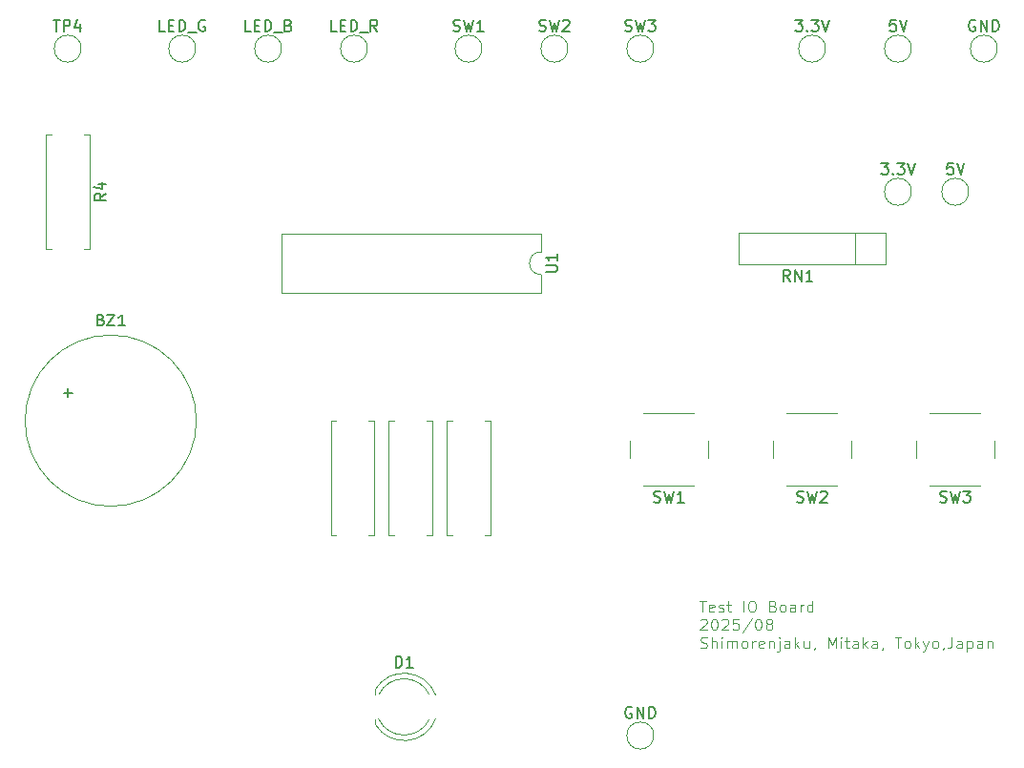
<source format=gto>
%TF.GenerationSoftware,KiCad,Pcbnew,8.0.4*%
%TF.CreationDate,2025-09-03T21:54:05+09:00*%
%TF.ProjectId,3LED-3SW-BZ,334c4544-2d33-4535-972d-425a2e6b6963,rev?*%
%TF.SameCoordinates,Original*%
%TF.FileFunction,Legend,Top*%
%TF.FilePolarity,Positive*%
%FSLAX46Y46*%
G04 Gerber Fmt 4.6, Leading zero omitted, Abs format (unit mm)*
G04 Created by KiCad (PCBNEW 8.0.4) date 2025-09-03 21:54:05*
%MOMM*%
%LPD*%
G01*
G04 APERTURE LIST*
%ADD10C,0.100000*%
%ADD11C,0.150000*%
%ADD12C,0.120000*%
%ADD13R,1.600000X1.600000*%
%ADD14O,1.600000X1.600000*%
%ADD15C,2.000000*%
%ADD16C,7.000000*%
%ADD17C,2.400000*%
%ADD18O,2.400000X2.400000*%
%ADD19R,2.000000X2.000000*%
%ADD20R,1.070000X1.800000*%
%ADD21O,1.070000X1.800000*%
G04 APERTURE END LIST*
D10*
X157641027Y-115032531D02*
X158212455Y-115032531D01*
X157926741Y-116032531D02*
X157926741Y-115032531D01*
X158926741Y-115984912D02*
X158831503Y-116032531D01*
X158831503Y-116032531D02*
X158641027Y-116032531D01*
X158641027Y-116032531D02*
X158545789Y-115984912D01*
X158545789Y-115984912D02*
X158498170Y-115889673D01*
X158498170Y-115889673D02*
X158498170Y-115508721D01*
X158498170Y-115508721D02*
X158545789Y-115413483D01*
X158545789Y-115413483D02*
X158641027Y-115365864D01*
X158641027Y-115365864D02*
X158831503Y-115365864D01*
X158831503Y-115365864D02*
X158926741Y-115413483D01*
X158926741Y-115413483D02*
X158974360Y-115508721D01*
X158974360Y-115508721D02*
X158974360Y-115603959D01*
X158974360Y-115603959D02*
X158498170Y-115699197D01*
X159355313Y-115984912D02*
X159450551Y-116032531D01*
X159450551Y-116032531D02*
X159641027Y-116032531D01*
X159641027Y-116032531D02*
X159736265Y-115984912D01*
X159736265Y-115984912D02*
X159783884Y-115889673D01*
X159783884Y-115889673D02*
X159783884Y-115842054D01*
X159783884Y-115842054D02*
X159736265Y-115746816D01*
X159736265Y-115746816D02*
X159641027Y-115699197D01*
X159641027Y-115699197D02*
X159498170Y-115699197D01*
X159498170Y-115699197D02*
X159402932Y-115651578D01*
X159402932Y-115651578D02*
X159355313Y-115556340D01*
X159355313Y-115556340D02*
X159355313Y-115508721D01*
X159355313Y-115508721D02*
X159402932Y-115413483D01*
X159402932Y-115413483D02*
X159498170Y-115365864D01*
X159498170Y-115365864D02*
X159641027Y-115365864D01*
X159641027Y-115365864D02*
X159736265Y-115413483D01*
X160069599Y-115365864D02*
X160450551Y-115365864D01*
X160212456Y-115032531D02*
X160212456Y-115889673D01*
X160212456Y-115889673D02*
X160260075Y-115984912D01*
X160260075Y-115984912D02*
X160355313Y-116032531D01*
X160355313Y-116032531D02*
X160450551Y-116032531D01*
X161545790Y-116032531D02*
X161545790Y-115032531D01*
X162212456Y-115032531D02*
X162402932Y-115032531D01*
X162402932Y-115032531D02*
X162498170Y-115080150D01*
X162498170Y-115080150D02*
X162593408Y-115175388D01*
X162593408Y-115175388D02*
X162641027Y-115365864D01*
X162641027Y-115365864D02*
X162641027Y-115699197D01*
X162641027Y-115699197D02*
X162593408Y-115889673D01*
X162593408Y-115889673D02*
X162498170Y-115984912D01*
X162498170Y-115984912D02*
X162402932Y-116032531D01*
X162402932Y-116032531D02*
X162212456Y-116032531D01*
X162212456Y-116032531D02*
X162117218Y-115984912D01*
X162117218Y-115984912D02*
X162021980Y-115889673D01*
X162021980Y-115889673D02*
X161974361Y-115699197D01*
X161974361Y-115699197D02*
X161974361Y-115365864D01*
X161974361Y-115365864D02*
X162021980Y-115175388D01*
X162021980Y-115175388D02*
X162117218Y-115080150D01*
X162117218Y-115080150D02*
X162212456Y-115032531D01*
X164164837Y-115508721D02*
X164307694Y-115556340D01*
X164307694Y-115556340D02*
X164355313Y-115603959D01*
X164355313Y-115603959D02*
X164402932Y-115699197D01*
X164402932Y-115699197D02*
X164402932Y-115842054D01*
X164402932Y-115842054D02*
X164355313Y-115937292D01*
X164355313Y-115937292D02*
X164307694Y-115984912D01*
X164307694Y-115984912D02*
X164212456Y-116032531D01*
X164212456Y-116032531D02*
X163831504Y-116032531D01*
X163831504Y-116032531D02*
X163831504Y-115032531D01*
X163831504Y-115032531D02*
X164164837Y-115032531D01*
X164164837Y-115032531D02*
X164260075Y-115080150D01*
X164260075Y-115080150D02*
X164307694Y-115127769D01*
X164307694Y-115127769D02*
X164355313Y-115223007D01*
X164355313Y-115223007D02*
X164355313Y-115318245D01*
X164355313Y-115318245D02*
X164307694Y-115413483D01*
X164307694Y-115413483D02*
X164260075Y-115461102D01*
X164260075Y-115461102D02*
X164164837Y-115508721D01*
X164164837Y-115508721D02*
X163831504Y-115508721D01*
X164974361Y-116032531D02*
X164879123Y-115984912D01*
X164879123Y-115984912D02*
X164831504Y-115937292D01*
X164831504Y-115937292D02*
X164783885Y-115842054D01*
X164783885Y-115842054D02*
X164783885Y-115556340D01*
X164783885Y-115556340D02*
X164831504Y-115461102D01*
X164831504Y-115461102D02*
X164879123Y-115413483D01*
X164879123Y-115413483D02*
X164974361Y-115365864D01*
X164974361Y-115365864D02*
X165117218Y-115365864D01*
X165117218Y-115365864D02*
X165212456Y-115413483D01*
X165212456Y-115413483D02*
X165260075Y-115461102D01*
X165260075Y-115461102D02*
X165307694Y-115556340D01*
X165307694Y-115556340D02*
X165307694Y-115842054D01*
X165307694Y-115842054D02*
X165260075Y-115937292D01*
X165260075Y-115937292D02*
X165212456Y-115984912D01*
X165212456Y-115984912D02*
X165117218Y-116032531D01*
X165117218Y-116032531D02*
X164974361Y-116032531D01*
X166164837Y-116032531D02*
X166164837Y-115508721D01*
X166164837Y-115508721D02*
X166117218Y-115413483D01*
X166117218Y-115413483D02*
X166021980Y-115365864D01*
X166021980Y-115365864D02*
X165831504Y-115365864D01*
X165831504Y-115365864D02*
X165736266Y-115413483D01*
X166164837Y-115984912D02*
X166069599Y-116032531D01*
X166069599Y-116032531D02*
X165831504Y-116032531D01*
X165831504Y-116032531D02*
X165736266Y-115984912D01*
X165736266Y-115984912D02*
X165688647Y-115889673D01*
X165688647Y-115889673D02*
X165688647Y-115794435D01*
X165688647Y-115794435D02*
X165736266Y-115699197D01*
X165736266Y-115699197D02*
X165831504Y-115651578D01*
X165831504Y-115651578D02*
X166069599Y-115651578D01*
X166069599Y-115651578D02*
X166164837Y-115603959D01*
X166641028Y-116032531D02*
X166641028Y-115365864D01*
X166641028Y-115556340D02*
X166688647Y-115461102D01*
X166688647Y-115461102D02*
X166736266Y-115413483D01*
X166736266Y-115413483D02*
X166831504Y-115365864D01*
X166831504Y-115365864D02*
X166926742Y-115365864D01*
X167688647Y-116032531D02*
X167688647Y-115032531D01*
X167688647Y-115984912D02*
X167593409Y-116032531D01*
X167593409Y-116032531D02*
X167402933Y-116032531D01*
X167402933Y-116032531D02*
X167307695Y-115984912D01*
X167307695Y-115984912D02*
X167260076Y-115937292D01*
X167260076Y-115937292D02*
X167212457Y-115842054D01*
X167212457Y-115842054D02*
X167212457Y-115556340D01*
X167212457Y-115556340D02*
X167260076Y-115461102D01*
X167260076Y-115461102D02*
X167307695Y-115413483D01*
X167307695Y-115413483D02*
X167402933Y-115365864D01*
X167402933Y-115365864D02*
X167593409Y-115365864D01*
X167593409Y-115365864D02*
X167688647Y-115413483D01*
X157736265Y-116737713D02*
X157783884Y-116690094D01*
X157783884Y-116690094D02*
X157879122Y-116642475D01*
X157879122Y-116642475D02*
X158117217Y-116642475D01*
X158117217Y-116642475D02*
X158212455Y-116690094D01*
X158212455Y-116690094D02*
X158260074Y-116737713D01*
X158260074Y-116737713D02*
X158307693Y-116832951D01*
X158307693Y-116832951D02*
X158307693Y-116928189D01*
X158307693Y-116928189D02*
X158260074Y-117071046D01*
X158260074Y-117071046D02*
X157688646Y-117642475D01*
X157688646Y-117642475D02*
X158307693Y-117642475D01*
X158926741Y-116642475D02*
X159021979Y-116642475D01*
X159021979Y-116642475D02*
X159117217Y-116690094D01*
X159117217Y-116690094D02*
X159164836Y-116737713D01*
X159164836Y-116737713D02*
X159212455Y-116832951D01*
X159212455Y-116832951D02*
X159260074Y-117023427D01*
X159260074Y-117023427D02*
X159260074Y-117261522D01*
X159260074Y-117261522D02*
X159212455Y-117451998D01*
X159212455Y-117451998D02*
X159164836Y-117547236D01*
X159164836Y-117547236D02*
X159117217Y-117594856D01*
X159117217Y-117594856D02*
X159021979Y-117642475D01*
X159021979Y-117642475D02*
X158926741Y-117642475D01*
X158926741Y-117642475D02*
X158831503Y-117594856D01*
X158831503Y-117594856D02*
X158783884Y-117547236D01*
X158783884Y-117547236D02*
X158736265Y-117451998D01*
X158736265Y-117451998D02*
X158688646Y-117261522D01*
X158688646Y-117261522D02*
X158688646Y-117023427D01*
X158688646Y-117023427D02*
X158736265Y-116832951D01*
X158736265Y-116832951D02*
X158783884Y-116737713D01*
X158783884Y-116737713D02*
X158831503Y-116690094D01*
X158831503Y-116690094D02*
X158926741Y-116642475D01*
X159641027Y-116737713D02*
X159688646Y-116690094D01*
X159688646Y-116690094D02*
X159783884Y-116642475D01*
X159783884Y-116642475D02*
X160021979Y-116642475D01*
X160021979Y-116642475D02*
X160117217Y-116690094D01*
X160117217Y-116690094D02*
X160164836Y-116737713D01*
X160164836Y-116737713D02*
X160212455Y-116832951D01*
X160212455Y-116832951D02*
X160212455Y-116928189D01*
X160212455Y-116928189D02*
X160164836Y-117071046D01*
X160164836Y-117071046D02*
X159593408Y-117642475D01*
X159593408Y-117642475D02*
X160212455Y-117642475D01*
X161117217Y-116642475D02*
X160641027Y-116642475D01*
X160641027Y-116642475D02*
X160593408Y-117118665D01*
X160593408Y-117118665D02*
X160641027Y-117071046D01*
X160641027Y-117071046D02*
X160736265Y-117023427D01*
X160736265Y-117023427D02*
X160974360Y-117023427D01*
X160974360Y-117023427D02*
X161069598Y-117071046D01*
X161069598Y-117071046D02*
X161117217Y-117118665D01*
X161117217Y-117118665D02*
X161164836Y-117213903D01*
X161164836Y-117213903D02*
X161164836Y-117451998D01*
X161164836Y-117451998D02*
X161117217Y-117547236D01*
X161117217Y-117547236D02*
X161069598Y-117594856D01*
X161069598Y-117594856D02*
X160974360Y-117642475D01*
X160974360Y-117642475D02*
X160736265Y-117642475D01*
X160736265Y-117642475D02*
X160641027Y-117594856D01*
X160641027Y-117594856D02*
X160593408Y-117547236D01*
X162307693Y-116594856D02*
X161450551Y-117880570D01*
X162831503Y-116642475D02*
X162926741Y-116642475D01*
X162926741Y-116642475D02*
X163021979Y-116690094D01*
X163021979Y-116690094D02*
X163069598Y-116737713D01*
X163069598Y-116737713D02*
X163117217Y-116832951D01*
X163117217Y-116832951D02*
X163164836Y-117023427D01*
X163164836Y-117023427D02*
X163164836Y-117261522D01*
X163164836Y-117261522D02*
X163117217Y-117451998D01*
X163117217Y-117451998D02*
X163069598Y-117547236D01*
X163069598Y-117547236D02*
X163021979Y-117594856D01*
X163021979Y-117594856D02*
X162926741Y-117642475D01*
X162926741Y-117642475D02*
X162831503Y-117642475D01*
X162831503Y-117642475D02*
X162736265Y-117594856D01*
X162736265Y-117594856D02*
X162688646Y-117547236D01*
X162688646Y-117547236D02*
X162641027Y-117451998D01*
X162641027Y-117451998D02*
X162593408Y-117261522D01*
X162593408Y-117261522D02*
X162593408Y-117023427D01*
X162593408Y-117023427D02*
X162641027Y-116832951D01*
X162641027Y-116832951D02*
X162688646Y-116737713D01*
X162688646Y-116737713D02*
X162736265Y-116690094D01*
X162736265Y-116690094D02*
X162831503Y-116642475D01*
X163736265Y-117071046D02*
X163641027Y-117023427D01*
X163641027Y-117023427D02*
X163593408Y-116975808D01*
X163593408Y-116975808D02*
X163545789Y-116880570D01*
X163545789Y-116880570D02*
X163545789Y-116832951D01*
X163545789Y-116832951D02*
X163593408Y-116737713D01*
X163593408Y-116737713D02*
X163641027Y-116690094D01*
X163641027Y-116690094D02*
X163736265Y-116642475D01*
X163736265Y-116642475D02*
X163926741Y-116642475D01*
X163926741Y-116642475D02*
X164021979Y-116690094D01*
X164021979Y-116690094D02*
X164069598Y-116737713D01*
X164069598Y-116737713D02*
X164117217Y-116832951D01*
X164117217Y-116832951D02*
X164117217Y-116880570D01*
X164117217Y-116880570D02*
X164069598Y-116975808D01*
X164069598Y-116975808D02*
X164021979Y-117023427D01*
X164021979Y-117023427D02*
X163926741Y-117071046D01*
X163926741Y-117071046D02*
X163736265Y-117071046D01*
X163736265Y-117071046D02*
X163641027Y-117118665D01*
X163641027Y-117118665D02*
X163593408Y-117166284D01*
X163593408Y-117166284D02*
X163545789Y-117261522D01*
X163545789Y-117261522D02*
X163545789Y-117451998D01*
X163545789Y-117451998D02*
X163593408Y-117547236D01*
X163593408Y-117547236D02*
X163641027Y-117594856D01*
X163641027Y-117594856D02*
X163736265Y-117642475D01*
X163736265Y-117642475D02*
X163926741Y-117642475D01*
X163926741Y-117642475D02*
X164021979Y-117594856D01*
X164021979Y-117594856D02*
X164069598Y-117547236D01*
X164069598Y-117547236D02*
X164117217Y-117451998D01*
X164117217Y-117451998D02*
X164117217Y-117261522D01*
X164117217Y-117261522D02*
X164069598Y-117166284D01*
X164069598Y-117166284D02*
X164021979Y-117118665D01*
X164021979Y-117118665D02*
X163926741Y-117071046D01*
X157736265Y-119204800D02*
X157879122Y-119252419D01*
X157879122Y-119252419D02*
X158117217Y-119252419D01*
X158117217Y-119252419D02*
X158212455Y-119204800D01*
X158212455Y-119204800D02*
X158260074Y-119157180D01*
X158260074Y-119157180D02*
X158307693Y-119061942D01*
X158307693Y-119061942D02*
X158307693Y-118966704D01*
X158307693Y-118966704D02*
X158260074Y-118871466D01*
X158260074Y-118871466D02*
X158212455Y-118823847D01*
X158212455Y-118823847D02*
X158117217Y-118776228D01*
X158117217Y-118776228D02*
X157926741Y-118728609D01*
X157926741Y-118728609D02*
X157831503Y-118680990D01*
X157831503Y-118680990D02*
X157783884Y-118633371D01*
X157783884Y-118633371D02*
X157736265Y-118538133D01*
X157736265Y-118538133D02*
X157736265Y-118442895D01*
X157736265Y-118442895D02*
X157783884Y-118347657D01*
X157783884Y-118347657D02*
X157831503Y-118300038D01*
X157831503Y-118300038D02*
X157926741Y-118252419D01*
X157926741Y-118252419D02*
X158164836Y-118252419D01*
X158164836Y-118252419D02*
X158307693Y-118300038D01*
X158736265Y-119252419D02*
X158736265Y-118252419D01*
X159164836Y-119252419D02*
X159164836Y-118728609D01*
X159164836Y-118728609D02*
X159117217Y-118633371D01*
X159117217Y-118633371D02*
X159021979Y-118585752D01*
X159021979Y-118585752D02*
X158879122Y-118585752D01*
X158879122Y-118585752D02*
X158783884Y-118633371D01*
X158783884Y-118633371D02*
X158736265Y-118680990D01*
X159641027Y-119252419D02*
X159641027Y-118585752D01*
X159641027Y-118252419D02*
X159593408Y-118300038D01*
X159593408Y-118300038D02*
X159641027Y-118347657D01*
X159641027Y-118347657D02*
X159688646Y-118300038D01*
X159688646Y-118300038D02*
X159641027Y-118252419D01*
X159641027Y-118252419D02*
X159641027Y-118347657D01*
X160117217Y-119252419D02*
X160117217Y-118585752D01*
X160117217Y-118680990D02*
X160164836Y-118633371D01*
X160164836Y-118633371D02*
X160260074Y-118585752D01*
X160260074Y-118585752D02*
X160402931Y-118585752D01*
X160402931Y-118585752D02*
X160498169Y-118633371D01*
X160498169Y-118633371D02*
X160545788Y-118728609D01*
X160545788Y-118728609D02*
X160545788Y-119252419D01*
X160545788Y-118728609D02*
X160593407Y-118633371D01*
X160593407Y-118633371D02*
X160688645Y-118585752D01*
X160688645Y-118585752D02*
X160831502Y-118585752D01*
X160831502Y-118585752D02*
X160926741Y-118633371D01*
X160926741Y-118633371D02*
X160974360Y-118728609D01*
X160974360Y-118728609D02*
X160974360Y-119252419D01*
X161593407Y-119252419D02*
X161498169Y-119204800D01*
X161498169Y-119204800D02*
X161450550Y-119157180D01*
X161450550Y-119157180D02*
X161402931Y-119061942D01*
X161402931Y-119061942D02*
X161402931Y-118776228D01*
X161402931Y-118776228D02*
X161450550Y-118680990D01*
X161450550Y-118680990D02*
X161498169Y-118633371D01*
X161498169Y-118633371D02*
X161593407Y-118585752D01*
X161593407Y-118585752D02*
X161736264Y-118585752D01*
X161736264Y-118585752D02*
X161831502Y-118633371D01*
X161831502Y-118633371D02*
X161879121Y-118680990D01*
X161879121Y-118680990D02*
X161926740Y-118776228D01*
X161926740Y-118776228D02*
X161926740Y-119061942D01*
X161926740Y-119061942D02*
X161879121Y-119157180D01*
X161879121Y-119157180D02*
X161831502Y-119204800D01*
X161831502Y-119204800D02*
X161736264Y-119252419D01*
X161736264Y-119252419D02*
X161593407Y-119252419D01*
X162355312Y-119252419D02*
X162355312Y-118585752D01*
X162355312Y-118776228D02*
X162402931Y-118680990D01*
X162402931Y-118680990D02*
X162450550Y-118633371D01*
X162450550Y-118633371D02*
X162545788Y-118585752D01*
X162545788Y-118585752D02*
X162641026Y-118585752D01*
X163355312Y-119204800D02*
X163260074Y-119252419D01*
X163260074Y-119252419D02*
X163069598Y-119252419D01*
X163069598Y-119252419D02*
X162974360Y-119204800D01*
X162974360Y-119204800D02*
X162926741Y-119109561D01*
X162926741Y-119109561D02*
X162926741Y-118728609D01*
X162926741Y-118728609D02*
X162974360Y-118633371D01*
X162974360Y-118633371D02*
X163069598Y-118585752D01*
X163069598Y-118585752D02*
X163260074Y-118585752D01*
X163260074Y-118585752D02*
X163355312Y-118633371D01*
X163355312Y-118633371D02*
X163402931Y-118728609D01*
X163402931Y-118728609D02*
X163402931Y-118823847D01*
X163402931Y-118823847D02*
X162926741Y-118919085D01*
X163831503Y-118585752D02*
X163831503Y-119252419D01*
X163831503Y-118680990D02*
X163879122Y-118633371D01*
X163879122Y-118633371D02*
X163974360Y-118585752D01*
X163974360Y-118585752D02*
X164117217Y-118585752D01*
X164117217Y-118585752D02*
X164212455Y-118633371D01*
X164212455Y-118633371D02*
X164260074Y-118728609D01*
X164260074Y-118728609D02*
X164260074Y-119252419D01*
X164736265Y-118585752D02*
X164736265Y-119442895D01*
X164736265Y-119442895D02*
X164688646Y-119538133D01*
X164688646Y-119538133D02*
X164593408Y-119585752D01*
X164593408Y-119585752D02*
X164545789Y-119585752D01*
X164736265Y-118252419D02*
X164688646Y-118300038D01*
X164688646Y-118300038D02*
X164736265Y-118347657D01*
X164736265Y-118347657D02*
X164783884Y-118300038D01*
X164783884Y-118300038D02*
X164736265Y-118252419D01*
X164736265Y-118252419D02*
X164736265Y-118347657D01*
X165641026Y-119252419D02*
X165641026Y-118728609D01*
X165641026Y-118728609D02*
X165593407Y-118633371D01*
X165593407Y-118633371D02*
X165498169Y-118585752D01*
X165498169Y-118585752D02*
X165307693Y-118585752D01*
X165307693Y-118585752D02*
X165212455Y-118633371D01*
X165641026Y-119204800D02*
X165545788Y-119252419D01*
X165545788Y-119252419D02*
X165307693Y-119252419D01*
X165307693Y-119252419D02*
X165212455Y-119204800D01*
X165212455Y-119204800D02*
X165164836Y-119109561D01*
X165164836Y-119109561D02*
X165164836Y-119014323D01*
X165164836Y-119014323D02*
X165212455Y-118919085D01*
X165212455Y-118919085D02*
X165307693Y-118871466D01*
X165307693Y-118871466D02*
X165545788Y-118871466D01*
X165545788Y-118871466D02*
X165641026Y-118823847D01*
X166117217Y-119252419D02*
X166117217Y-118252419D01*
X166212455Y-118871466D02*
X166498169Y-119252419D01*
X166498169Y-118585752D02*
X166117217Y-118966704D01*
X167355312Y-118585752D02*
X167355312Y-119252419D01*
X166926741Y-118585752D02*
X166926741Y-119109561D01*
X166926741Y-119109561D02*
X166974360Y-119204800D01*
X166974360Y-119204800D02*
X167069598Y-119252419D01*
X167069598Y-119252419D02*
X167212455Y-119252419D01*
X167212455Y-119252419D02*
X167307693Y-119204800D01*
X167307693Y-119204800D02*
X167355312Y-119157180D01*
X167879122Y-119204800D02*
X167879122Y-119252419D01*
X167879122Y-119252419D02*
X167831503Y-119347657D01*
X167831503Y-119347657D02*
X167783884Y-119395276D01*
X169069598Y-119252419D02*
X169069598Y-118252419D01*
X169069598Y-118252419D02*
X169402931Y-118966704D01*
X169402931Y-118966704D02*
X169736264Y-118252419D01*
X169736264Y-118252419D02*
X169736264Y-119252419D01*
X170212455Y-119252419D02*
X170212455Y-118585752D01*
X170212455Y-118252419D02*
X170164836Y-118300038D01*
X170164836Y-118300038D02*
X170212455Y-118347657D01*
X170212455Y-118347657D02*
X170260074Y-118300038D01*
X170260074Y-118300038D02*
X170212455Y-118252419D01*
X170212455Y-118252419D02*
X170212455Y-118347657D01*
X170545788Y-118585752D02*
X170926740Y-118585752D01*
X170688645Y-118252419D02*
X170688645Y-119109561D01*
X170688645Y-119109561D02*
X170736264Y-119204800D01*
X170736264Y-119204800D02*
X170831502Y-119252419D01*
X170831502Y-119252419D02*
X170926740Y-119252419D01*
X171688645Y-119252419D02*
X171688645Y-118728609D01*
X171688645Y-118728609D02*
X171641026Y-118633371D01*
X171641026Y-118633371D02*
X171545788Y-118585752D01*
X171545788Y-118585752D02*
X171355312Y-118585752D01*
X171355312Y-118585752D02*
X171260074Y-118633371D01*
X171688645Y-119204800D02*
X171593407Y-119252419D01*
X171593407Y-119252419D02*
X171355312Y-119252419D01*
X171355312Y-119252419D02*
X171260074Y-119204800D01*
X171260074Y-119204800D02*
X171212455Y-119109561D01*
X171212455Y-119109561D02*
X171212455Y-119014323D01*
X171212455Y-119014323D02*
X171260074Y-118919085D01*
X171260074Y-118919085D02*
X171355312Y-118871466D01*
X171355312Y-118871466D02*
X171593407Y-118871466D01*
X171593407Y-118871466D02*
X171688645Y-118823847D01*
X172164836Y-119252419D02*
X172164836Y-118252419D01*
X172260074Y-118871466D02*
X172545788Y-119252419D01*
X172545788Y-118585752D02*
X172164836Y-118966704D01*
X173402931Y-119252419D02*
X173402931Y-118728609D01*
X173402931Y-118728609D02*
X173355312Y-118633371D01*
X173355312Y-118633371D02*
X173260074Y-118585752D01*
X173260074Y-118585752D02*
X173069598Y-118585752D01*
X173069598Y-118585752D02*
X172974360Y-118633371D01*
X173402931Y-119204800D02*
X173307693Y-119252419D01*
X173307693Y-119252419D02*
X173069598Y-119252419D01*
X173069598Y-119252419D02*
X172974360Y-119204800D01*
X172974360Y-119204800D02*
X172926741Y-119109561D01*
X172926741Y-119109561D02*
X172926741Y-119014323D01*
X172926741Y-119014323D02*
X172974360Y-118919085D01*
X172974360Y-118919085D02*
X173069598Y-118871466D01*
X173069598Y-118871466D02*
X173307693Y-118871466D01*
X173307693Y-118871466D02*
X173402931Y-118823847D01*
X173926741Y-119204800D02*
X173926741Y-119252419D01*
X173926741Y-119252419D02*
X173879122Y-119347657D01*
X173879122Y-119347657D02*
X173831503Y-119395276D01*
X174974360Y-118252419D02*
X175545788Y-118252419D01*
X175260074Y-119252419D02*
X175260074Y-118252419D01*
X176021979Y-119252419D02*
X175926741Y-119204800D01*
X175926741Y-119204800D02*
X175879122Y-119157180D01*
X175879122Y-119157180D02*
X175831503Y-119061942D01*
X175831503Y-119061942D02*
X175831503Y-118776228D01*
X175831503Y-118776228D02*
X175879122Y-118680990D01*
X175879122Y-118680990D02*
X175926741Y-118633371D01*
X175926741Y-118633371D02*
X176021979Y-118585752D01*
X176021979Y-118585752D02*
X176164836Y-118585752D01*
X176164836Y-118585752D02*
X176260074Y-118633371D01*
X176260074Y-118633371D02*
X176307693Y-118680990D01*
X176307693Y-118680990D02*
X176355312Y-118776228D01*
X176355312Y-118776228D02*
X176355312Y-119061942D01*
X176355312Y-119061942D02*
X176307693Y-119157180D01*
X176307693Y-119157180D02*
X176260074Y-119204800D01*
X176260074Y-119204800D02*
X176164836Y-119252419D01*
X176164836Y-119252419D02*
X176021979Y-119252419D01*
X176783884Y-119252419D02*
X176783884Y-118252419D01*
X176879122Y-118871466D02*
X177164836Y-119252419D01*
X177164836Y-118585752D02*
X176783884Y-118966704D01*
X177498170Y-118585752D02*
X177736265Y-119252419D01*
X177974360Y-118585752D02*
X177736265Y-119252419D01*
X177736265Y-119252419D02*
X177641027Y-119490514D01*
X177641027Y-119490514D02*
X177593408Y-119538133D01*
X177593408Y-119538133D02*
X177498170Y-119585752D01*
X178498170Y-119252419D02*
X178402932Y-119204800D01*
X178402932Y-119204800D02*
X178355313Y-119157180D01*
X178355313Y-119157180D02*
X178307694Y-119061942D01*
X178307694Y-119061942D02*
X178307694Y-118776228D01*
X178307694Y-118776228D02*
X178355313Y-118680990D01*
X178355313Y-118680990D02*
X178402932Y-118633371D01*
X178402932Y-118633371D02*
X178498170Y-118585752D01*
X178498170Y-118585752D02*
X178641027Y-118585752D01*
X178641027Y-118585752D02*
X178736265Y-118633371D01*
X178736265Y-118633371D02*
X178783884Y-118680990D01*
X178783884Y-118680990D02*
X178831503Y-118776228D01*
X178831503Y-118776228D02*
X178831503Y-119061942D01*
X178831503Y-119061942D02*
X178783884Y-119157180D01*
X178783884Y-119157180D02*
X178736265Y-119204800D01*
X178736265Y-119204800D02*
X178641027Y-119252419D01*
X178641027Y-119252419D02*
X178498170Y-119252419D01*
X179307694Y-119204800D02*
X179307694Y-119252419D01*
X179307694Y-119252419D02*
X179260075Y-119347657D01*
X179260075Y-119347657D02*
X179212456Y-119395276D01*
X180021979Y-118252419D02*
X180021979Y-118966704D01*
X180021979Y-118966704D02*
X179974360Y-119109561D01*
X179974360Y-119109561D02*
X179879122Y-119204800D01*
X179879122Y-119204800D02*
X179736265Y-119252419D01*
X179736265Y-119252419D02*
X179641027Y-119252419D01*
X180926741Y-119252419D02*
X180926741Y-118728609D01*
X180926741Y-118728609D02*
X180879122Y-118633371D01*
X180879122Y-118633371D02*
X180783884Y-118585752D01*
X180783884Y-118585752D02*
X180593408Y-118585752D01*
X180593408Y-118585752D02*
X180498170Y-118633371D01*
X180926741Y-119204800D02*
X180831503Y-119252419D01*
X180831503Y-119252419D02*
X180593408Y-119252419D01*
X180593408Y-119252419D02*
X180498170Y-119204800D01*
X180498170Y-119204800D02*
X180450551Y-119109561D01*
X180450551Y-119109561D02*
X180450551Y-119014323D01*
X180450551Y-119014323D02*
X180498170Y-118919085D01*
X180498170Y-118919085D02*
X180593408Y-118871466D01*
X180593408Y-118871466D02*
X180831503Y-118871466D01*
X180831503Y-118871466D02*
X180926741Y-118823847D01*
X181402932Y-118585752D02*
X181402932Y-119585752D01*
X181402932Y-118633371D02*
X181498170Y-118585752D01*
X181498170Y-118585752D02*
X181688646Y-118585752D01*
X181688646Y-118585752D02*
X181783884Y-118633371D01*
X181783884Y-118633371D02*
X181831503Y-118680990D01*
X181831503Y-118680990D02*
X181879122Y-118776228D01*
X181879122Y-118776228D02*
X181879122Y-119061942D01*
X181879122Y-119061942D02*
X181831503Y-119157180D01*
X181831503Y-119157180D02*
X181783884Y-119204800D01*
X181783884Y-119204800D02*
X181688646Y-119252419D01*
X181688646Y-119252419D02*
X181498170Y-119252419D01*
X181498170Y-119252419D02*
X181402932Y-119204800D01*
X182736265Y-119252419D02*
X182736265Y-118728609D01*
X182736265Y-118728609D02*
X182688646Y-118633371D01*
X182688646Y-118633371D02*
X182593408Y-118585752D01*
X182593408Y-118585752D02*
X182402932Y-118585752D01*
X182402932Y-118585752D02*
X182307694Y-118633371D01*
X182736265Y-119204800D02*
X182641027Y-119252419D01*
X182641027Y-119252419D02*
X182402932Y-119252419D01*
X182402932Y-119252419D02*
X182307694Y-119204800D01*
X182307694Y-119204800D02*
X182260075Y-119109561D01*
X182260075Y-119109561D02*
X182260075Y-119014323D01*
X182260075Y-119014323D02*
X182307694Y-118919085D01*
X182307694Y-118919085D02*
X182402932Y-118871466D01*
X182402932Y-118871466D02*
X182641027Y-118871466D01*
X182641027Y-118871466D02*
X182736265Y-118823847D01*
X183212456Y-118585752D02*
X183212456Y-119252419D01*
X183212456Y-118680990D02*
X183260075Y-118633371D01*
X183260075Y-118633371D02*
X183355313Y-118585752D01*
X183355313Y-118585752D02*
X183498170Y-118585752D01*
X183498170Y-118585752D02*
X183593408Y-118633371D01*
X183593408Y-118633371D02*
X183641027Y-118728609D01*
X183641027Y-118728609D02*
X183641027Y-119252419D01*
D11*
X144024819Y-85851904D02*
X144834342Y-85851904D01*
X144834342Y-85851904D02*
X144929580Y-85804285D01*
X144929580Y-85804285D02*
X144977200Y-85756666D01*
X144977200Y-85756666D02*
X145024819Y-85661428D01*
X145024819Y-85661428D02*
X145024819Y-85470952D01*
X145024819Y-85470952D02*
X144977200Y-85375714D01*
X144977200Y-85375714D02*
X144929580Y-85328095D01*
X144929580Y-85328095D02*
X144834342Y-85280476D01*
X144834342Y-85280476D02*
X144024819Y-85280476D01*
X145024819Y-84280476D02*
X145024819Y-84851904D01*
X145024819Y-84566190D02*
X144024819Y-84566190D01*
X144024819Y-84566190D02*
X144167676Y-84661428D01*
X144167676Y-84661428D02*
X144262914Y-84756666D01*
X144262914Y-84756666D02*
X144310533Y-84851904D01*
X110236190Y-64496819D02*
X109760000Y-64496819D01*
X109760000Y-64496819D02*
X109760000Y-63496819D01*
X110569524Y-63973009D02*
X110902857Y-63973009D01*
X111045714Y-64496819D02*
X110569524Y-64496819D01*
X110569524Y-64496819D02*
X110569524Y-63496819D01*
X110569524Y-63496819D02*
X111045714Y-63496819D01*
X111474286Y-64496819D02*
X111474286Y-63496819D01*
X111474286Y-63496819D02*
X111712381Y-63496819D01*
X111712381Y-63496819D02*
X111855238Y-63544438D01*
X111855238Y-63544438D02*
X111950476Y-63639676D01*
X111950476Y-63639676D02*
X111998095Y-63734914D01*
X111998095Y-63734914D02*
X112045714Y-63925390D01*
X112045714Y-63925390D02*
X112045714Y-64068247D01*
X112045714Y-64068247D02*
X111998095Y-64258723D01*
X111998095Y-64258723D02*
X111950476Y-64353961D01*
X111950476Y-64353961D02*
X111855238Y-64449200D01*
X111855238Y-64449200D02*
X111712381Y-64496819D01*
X111712381Y-64496819D02*
X111474286Y-64496819D01*
X112236191Y-64592057D02*
X112998095Y-64592057D01*
X113760000Y-63544438D02*
X113664762Y-63496819D01*
X113664762Y-63496819D02*
X113521905Y-63496819D01*
X113521905Y-63496819D02*
X113379048Y-63544438D01*
X113379048Y-63544438D02*
X113283810Y-63639676D01*
X113283810Y-63639676D02*
X113236191Y-63734914D01*
X113236191Y-63734914D02*
X113188572Y-63925390D01*
X113188572Y-63925390D02*
X113188572Y-64068247D01*
X113188572Y-64068247D02*
X113236191Y-64258723D01*
X113236191Y-64258723D02*
X113283810Y-64353961D01*
X113283810Y-64353961D02*
X113379048Y-64449200D01*
X113379048Y-64449200D02*
X113521905Y-64496819D01*
X113521905Y-64496819D02*
X113617143Y-64496819D01*
X113617143Y-64496819D02*
X113760000Y-64449200D01*
X113760000Y-64449200D02*
X113807619Y-64401580D01*
X113807619Y-64401580D02*
X113807619Y-64068247D01*
X113807619Y-64068247D02*
X113617143Y-64068247D01*
X135826667Y-64449200D02*
X135969524Y-64496819D01*
X135969524Y-64496819D02*
X136207619Y-64496819D01*
X136207619Y-64496819D02*
X136302857Y-64449200D01*
X136302857Y-64449200D02*
X136350476Y-64401580D01*
X136350476Y-64401580D02*
X136398095Y-64306342D01*
X136398095Y-64306342D02*
X136398095Y-64211104D01*
X136398095Y-64211104D02*
X136350476Y-64115866D01*
X136350476Y-64115866D02*
X136302857Y-64068247D01*
X136302857Y-64068247D02*
X136207619Y-64020628D01*
X136207619Y-64020628D02*
X136017143Y-63973009D01*
X136017143Y-63973009D02*
X135921905Y-63925390D01*
X135921905Y-63925390D02*
X135874286Y-63877771D01*
X135874286Y-63877771D02*
X135826667Y-63782533D01*
X135826667Y-63782533D02*
X135826667Y-63687295D01*
X135826667Y-63687295D02*
X135874286Y-63592057D01*
X135874286Y-63592057D02*
X135921905Y-63544438D01*
X135921905Y-63544438D02*
X136017143Y-63496819D01*
X136017143Y-63496819D02*
X136255238Y-63496819D01*
X136255238Y-63496819D02*
X136398095Y-63544438D01*
X136731429Y-63496819D02*
X136969524Y-64496819D01*
X136969524Y-64496819D02*
X137160000Y-63782533D01*
X137160000Y-63782533D02*
X137350476Y-64496819D01*
X137350476Y-64496819D02*
X137588572Y-63496819D01*
X138493333Y-64496819D02*
X137921905Y-64496819D01*
X138207619Y-64496819D02*
X138207619Y-63496819D01*
X138207619Y-63496819D02*
X138112381Y-63639676D01*
X138112381Y-63639676D02*
X138017143Y-63734914D01*
X138017143Y-63734914D02*
X137921905Y-63782533D01*
X153606667Y-106257200D02*
X153749524Y-106304819D01*
X153749524Y-106304819D02*
X153987619Y-106304819D01*
X153987619Y-106304819D02*
X154082857Y-106257200D01*
X154082857Y-106257200D02*
X154130476Y-106209580D01*
X154130476Y-106209580D02*
X154178095Y-106114342D01*
X154178095Y-106114342D02*
X154178095Y-106019104D01*
X154178095Y-106019104D02*
X154130476Y-105923866D01*
X154130476Y-105923866D02*
X154082857Y-105876247D01*
X154082857Y-105876247D02*
X153987619Y-105828628D01*
X153987619Y-105828628D02*
X153797143Y-105781009D01*
X153797143Y-105781009D02*
X153701905Y-105733390D01*
X153701905Y-105733390D02*
X153654286Y-105685771D01*
X153654286Y-105685771D02*
X153606667Y-105590533D01*
X153606667Y-105590533D02*
X153606667Y-105495295D01*
X153606667Y-105495295D02*
X153654286Y-105400057D01*
X153654286Y-105400057D02*
X153701905Y-105352438D01*
X153701905Y-105352438D02*
X153797143Y-105304819D01*
X153797143Y-105304819D02*
X154035238Y-105304819D01*
X154035238Y-105304819D02*
X154178095Y-105352438D01*
X154511429Y-105304819D02*
X154749524Y-106304819D01*
X154749524Y-106304819D02*
X154940000Y-105590533D01*
X154940000Y-105590533D02*
X155130476Y-106304819D01*
X155130476Y-106304819D02*
X155368572Y-105304819D01*
X156273333Y-106304819D02*
X155701905Y-106304819D01*
X155987619Y-106304819D02*
X155987619Y-105304819D01*
X155987619Y-105304819D02*
X155892381Y-105447676D01*
X155892381Y-105447676D02*
X155797143Y-105542914D01*
X155797143Y-105542914D02*
X155701905Y-105590533D01*
X179006667Y-106257200D02*
X179149524Y-106304819D01*
X179149524Y-106304819D02*
X179387619Y-106304819D01*
X179387619Y-106304819D02*
X179482857Y-106257200D01*
X179482857Y-106257200D02*
X179530476Y-106209580D01*
X179530476Y-106209580D02*
X179578095Y-106114342D01*
X179578095Y-106114342D02*
X179578095Y-106019104D01*
X179578095Y-106019104D02*
X179530476Y-105923866D01*
X179530476Y-105923866D02*
X179482857Y-105876247D01*
X179482857Y-105876247D02*
X179387619Y-105828628D01*
X179387619Y-105828628D02*
X179197143Y-105781009D01*
X179197143Y-105781009D02*
X179101905Y-105733390D01*
X179101905Y-105733390D02*
X179054286Y-105685771D01*
X179054286Y-105685771D02*
X179006667Y-105590533D01*
X179006667Y-105590533D02*
X179006667Y-105495295D01*
X179006667Y-105495295D02*
X179054286Y-105400057D01*
X179054286Y-105400057D02*
X179101905Y-105352438D01*
X179101905Y-105352438D02*
X179197143Y-105304819D01*
X179197143Y-105304819D02*
X179435238Y-105304819D01*
X179435238Y-105304819D02*
X179578095Y-105352438D01*
X179911429Y-105304819D02*
X180149524Y-106304819D01*
X180149524Y-106304819D02*
X180340000Y-105590533D01*
X180340000Y-105590533D02*
X180530476Y-106304819D01*
X180530476Y-106304819D02*
X180768572Y-105304819D01*
X181054286Y-105304819D02*
X181673333Y-105304819D01*
X181673333Y-105304819D02*
X181340000Y-105685771D01*
X181340000Y-105685771D02*
X181482857Y-105685771D01*
X181482857Y-105685771D02*
X181578095Y-105733390D01*
X181578095Y-105733390D02*
X181625714Y-105781009D01*
X181625714Y-105781009D02*
X181673333Y-105876247D01*
X181673333Y-105876247D02*
X181673333Y-106114342D01*
X181673333Y-106114342D02*
X181625714Y-106209580D01*
X181625714Y-106209580D02*
X181578095Y-106257200D01*
X181578095Y-106257200D02*
X181482857Y-106304819D01*
X181482857Y-106304819D02*
X181197143Y-106304819D01*
X181197143Y-106304819D02*
X181101905Y-106257200D01*
X181101905Y-106257200D02*
X181054286Y-106209580D01*
X165679523Y-86674819D02*
X165346190Y-86198628D01*
X165108095Y-86674819D02*
X165108095Y-85674819D01*
X165108095Y-85674819D02*
X165489047Y-85674819D01*
X165489047Y-85674819D02*
X165584285Y-85722438D01*
X165584285Y-85722438D02*
X165631904Y-85770057D01*
X165631904Y-85770057D02*
X165679523Y-85865295D01*
X165679523Y-85865295D02*
X165679523Y-86008152D01*
X165679523Y-86008152D02*
X165631904Y-86103390D01*
X165631904Y-86103390D02*
X165584285Y-86151009D01*
X165584285Y-86151009D02*
X165489047Y-86198628D01*
X165489047Y-86198628D02*
X165108095Y-86198628D01*
X166108095Y-86674819D02*
X166108095Y-85674819D01*
X166108095Y-85674819D02*
X166679523Y-86674819D01*
X166679523Y-86674819D02*
X166679523Y-85674819D01*
X167679523Y-86674819D02*
X167108095Y-86674819D01*
X167393809Y-86674819D02*
X167393809Y-85674819D01*
X167393809Y-85674819D02*
X167298571Y-85817676D01*
X167298571Y-85817676D02*
X167203333Y-85912914D01*
X167203333Y-85912914D02*
X167108095Y-85960533D01*
X166306667Y-106257200D02*
X166449524Y-106304819D01*
X166449524Y-106304819D02*
X166687619Y-106304819D01*
X166687619Y-106304819D02*
X166782857Y-106257200D01*
X166782857Y-106257200D02*
X166830476Y-106209580D01*
X166830476Y-106209580D02*
X166878095Y-106114342D01*
X166878095Y-106114342D02*
X166878095Y-106019104D01*
X166878095Y-106019104D02*
X166830476Y-105923866D01*
X166830476Y-105923866D02*
X166782857Y-105876247D01*
X166782857Y-105876247D02*
X166687619Y-105828628D01*
X166687619Y-105828628D02*
X166497143Y-105781009D01*
X166497143Y-105781009D02*
X166401905Y-105733390D01*
X166401905Y-105733390D02*
X166354286Y-105685771D01*
X166354286Y-105685771D02*
X166306667Y-105590533D01*
X166306667Y-105590533D02*
X166306667Y-105495295D01*
X166306667Y-105495295D02*
X166354286Y-105400057D01*
X166354286Y-105400057D02*
X166401905Y-105352438D01*
X166401905Y-105352438D02*
X166497143Y-105304819D01*
X166497143Y-105304819D02*
X166735238Y-105304819D01*
X166735238Y-105304819D02*
X166878095Y-105352438D01*
X167211429Y-105304819D02*
X167449524Y-106304819D01*
X167449524Y-106304819D02*
X167640000Y-105590533D01*
X167640000Y-105590533D02*
X167830476Y-106304819D01*
X167830476Y-106304819D02*
X168068572Y-105304819D01*
X168401905Y-105400057D02*
X168449524Y-105352438D01*
X168449524Y-105352438D02*
X168544762Y-105304819D01*
X168544762Y-105304819D02*
X168782857Y-105304819D01*
X168782857Y-105304819D02*
X168878095Y-105352438D01*
X168878095Y-105352438D02*
X168925714Y-105400057D01*
X168925714Y-105400057D02*
X168973333Y-105495295D01*
X168973333Y-105495295D02*
X168973333Y-105590533D01*
X168973333Y-105590533D02*
X168925714Y-105733390D01*
X168925714Y-105733390D02*
X168354286Y-106304819D01*
X168354286Y-106304819D02*
X168973333Y-106304819D01*
X151638095Y-124504438D02*
X151542857Y-124456819D01*
X151542857Y-124456819D02*
X151400000Y-124456819D01*
X151400000Y-124456819D02*
X151257143Y-124504438D01*
X151257143Y-124504438D02*
X151161905Y-124599676D01*
X151161905Y-124599676D02*
X151114286Y-124694914D01*
X151114286Y-124694914D02*
X151066667Y-124885390D01*
X151066667Y-124885390D02*
X151066667Y-125028247D01*
X151066667Y-125028247D02*
X151114286Y-125218723D01*
X151114286Y-125218723D02*
X151161905Y-125313961D01*
X151161905Y-125313961D02*
X151257143Y-125409200D01*
X151257143Y-125409200D02*
X151400000Y-125456819D01*
X151400000Y-125456819D02*
X151495238Y-125456819D01*
X151495238Y-125456819D02*
X151638095Y-125409200D01*
X151638095Y-125409200D02*
X151685714Y-125361580D01*
X151685714Y-125361580D02*
X151685714Y-125028247D01*
X151685714Y-125028247D02*
X151495238Y-125028247D01*
X152114286Y-125456819D02*
X152114286Y-124456819D01*
X152114286Y-124456819D02*
X152685714Y-125456819D01*
X152685714Y-125456819D02*
X152685714Y-124456819D01*
X153161905Y-125456819D02*
X153161905Y-124456819D01*
X153161905Y-124456819D02*
X153400000Y-124456819D01*
X153400000Y-124456819D02*
X153542857Y-124504438D01*
X153542857Y-124504438D02*
X153638095Y-124599676D01*
X153638095Y-124599676D02*
X153685714Y-124694914D01*
X153685714Y-124694914D02*
X153733333Y-124885390D01*
X153733333Y-124885390D02*
X153733333Y-125028247D01*
X153733333Y-125028247D02*
X153685714Y-125218723D01*
X153685714Y-125218723D02*
X153638095Y-125313961D01*
X153638095Y-125313961D02*
X153542857Y-125409200D01*
X153542857Y-125409200D02*
X153400000Y-125456819D01*
X153400000Y-125456819D02*
X153161905Y-125456819D01*
X180149523Y-76196819D02*
X179673333Y-76196819D01*
X179673333Y-76196819D02*
X179625714Y-76673009D01*
X179625714Y-76673009D02*
X179673333Y-76625390D01*
X179673333Y-76625390D02*
X179768571Y-76577771D01*
X179768571Y-76577771D02*
X180006666Y-76577771D01*
X180006666Y-76577771D02*
X180101904Y-76625390D01*
X180101904Y-76625390D02*
X180149523Y-76673009D01*
X180149523Y-76673009D02*
X180197142Y-76768247D01*
X180197142Y-76768247D02*
X180197142Y-77006342D01*
X180197142Y-77006342D02*
X180149523Y-77101580D01*
X180149523Y-77101580D02*
X180101904Y-77149200D01*
X180101904Y-77149200D02*
X180006666Y-77196819D01*
X180006666Y-77196819D02*
X179768571Y-77196819D01*
X179768571Y-77196819D02*
X179673333Y-77149200D01*
X179673333Y-77149200D02*
X179625714Y-77101580D01*
X180482857Y-76196819D02*
X180816190Y-77196819D01*
X180816190Y-77196819D02*
X181149523Y-76196819D01*
X151066667Y-64449200D02*
X151209524Y-64496819D01*
X151209524Y-64496819D02*
X151447619Y-64496819D01*
X151447619Y-64496819D02*
X151542857Y-64449200D01*
X151542857Y-64449200D02*
X151590476Y-64401580D01*
X151590476Y-64401580D02*
X151638095Y-64306342D01*
X151638095Y-64306342D02*
X151638095Y-64211104D01*
X151638095Y-64211104D02*
X151590476Y-64115866D01*
X151590476Y-64115866D02*
X151542857Y-64068247D01*
X151542857Y-64068247D02*
X151447619Y-64020628D01*
X151447619Y-64020628D02*
X151257143Y-63973009D01*
X151257143Y-63973009D02*
X151161905Y-63925390D01*
X151161905Y-63925390D02*
X151114286Y-63877771D01*
X151114286Y-63877771D02*
X151066667Y-63782533D01*
X151066667Y-63782533D02*
X151066667Y-63687295D01*
X151066667Y-63687295D02*
X151114286Y-63592057D01*
X151114286Y-63592057D02*
X151161905Y-63544438D01*
X151161905Y-63544438D02*
X151257143Y-63496819D01*
X151257143Y-63496819D02*
X151495238Y-63496819D01*
X151495238Y-63496819D02*
X151638095Y-63544438D01*
X151971429Y-63496819D02*
X152209524Y-64496819D01*
X152209524Y-64496819D02*
X152400000Y-63782533D01*
X152400000Y-63782533D02*
X152590476Y-64496819D01*
X152590476Y-64496819D02*
X152828572Y-63496819D01*
X153114286Y-63496819D02*
X153733333Y-63496819D01*
X153733333Y-63496819D02*
X153400000Y-63877771D01*
X153400000Y-63877771D02*
X153542857Y-63877771D01*
X153542857Y-63877771D02*
X153638095Y-63925390D01*
X153638095Y-63925390D02*
X153685714Y-63973009D01*
X153685714Y-63973009D02*
X153733333Y-64068247D01*
X153733333Y-64068247D02*
X153733333Y-64306342D01*
X153733333Y-64306342D02*
X153685714Y-64401580D01*
X153685714Y-64401580D02*
X153638095Y-64449200D01*
X153638095Y-64449200D02*
X153542857Y-64496819D01*
X153542857Y-64496819D02*
X153257143Y-64496819D01*
X153257143Y-64496819D02*
X153161905Y-64449200D01*
X153161905Y-64449200D02*
X153114286Y-64401580D01*
X166163810Y-63496819D02*
X166782857Y-63496819D01*
X166782857Y-63496819D02*
X166449524Y-63877771D01*
X166449524Y-63877771D02*
X166592381Y-63877771D01*
X166592381Y-63877771D02*
X166687619Y-63925390D01*
X166687619Y-63925390D02*
X166735238Y-63973009D01*
X166735238Y-63973009D02*
X166782857Y-64068247D01*
X166782857Y-64068247D02*
X166782857Y-64306342D01*
X166782857Y-64306342D02*
X166735238Y-64401580D01*
X166735238Y-64401580D02*
X166687619Y-64449200D01*
X166687619Y-64449200D02*
X166592381Y-64496819D01*
X166592381Y-64496819D02*
X166306667Y-64496819D01*
X166306667Y-64496819D02*
X166211429Y-64449200D01*
X166211429Y-64449200D02*
X166163810Y-64401580D01*
X167211429Y-64401580D02*
X167259048Y-64449200D01*
X167259048Y-64449200D02*
X167211429Y-64496819D01*
X167211429Y-64496819D02*
X167163810Y-64449200D01*
X167163810Y-64449200D02*
X167211429Y-64401580D01*
X167211429Y-64401580D02*
X167211429Y-64496819D01*
X167592381Y-63496819D02*
X168211428Y-63496819D01*
X168211428Y-63496819D02*
X167878095Y-63877771D01*
X167878095Y-63877771D02*
X168020952Y-63877771D01*
X168020952Y-63877771D02*
X168116190Y-63925390D01*
X168116190Y-63925390D02*
X168163809Y-63973009D01*
X168163809Y-63973009D02*
X168211428Y-64068247D01*
X168211428Y-64068247D02*
X168211428Y-64306342D01*
X168211428Y-64306342D02*
X168163809Y-64401580D01*
X168163809Y-64401580D02*
X168116190Y-64449200D01*
X168116190Y-64449200D02*
X168020952Y-64496819D01*
X168020952Y-64496819D02*
X167735238Y-64496819D01*
X167735238Y-64496819D02*
X167640000Y-64449200D01*
X167640000Y-64449200D02*
X167592381Y-64401580D01*
X168497143Y-63496819D02*
X168830476Y-64496819D01*
X168830476Y-64496819D02*
X169163809Y-63496819D01*
X125476190Y-64496819D02*
X125000000Y-64496819D01*
X125000000Y-64496819D02*
X125000000Y-63496819D01*
X125809524Y-63973009D02*
X126142857Y-63973009D01*
X126285714Y-64496819D02*
X125809524Y-64496819D01*
X125809524Y-64496819D02*
X125809524Y-63496819D01*
X125809524Y-63496819D02*
X126285714Y-63496819D01*
X126714286Y-64496819D02*
X126714286Y-63496819D01*
X126714286Y-63496819D02*
X126952381Y-63496819D01*
X126952381Y-63496819D02*
X127095238Y-63544438D01*
X127095238Y-63544438D02*
X127190476Y-63639676D01*
X127190476Y-63639676D02*
X127238095Y-63734914D01*
X127238095Y-63734914D02*
X127285714Y-63925390D01*
X127285714Y-63925390D02*
X127285714Y-64068247D01*
X127285714Y-64068247D02*
X127238095Y-64258723D01*
X127238095Y-64258723D02*
X127190476Y-64353961D01*
X127190476Y-64353961D02*
X127095238Y-64449200D01*
X127095238Y-64449200D02*
X126952381Y-64496819D01*
X126952381Y-64496819D02*
X126714286Y-64496819D01*
X127476191Y-64592057D02*
X128238095Y-64592057D01*
X129047619Y-64496819D02*
X128714286Y-64020628D01*
X128476191Y-64496819D02*
X128476191Y-63496819D01*
X128476191Y-63496819D02*
X128857143Y-63496819D01*
X128857143Y-63496819D02*
X128952381Y-63544438D01*
X128952381Y-63544438D02*
X129000000Y-63592057D01*
X129000000Y-63592057D02*
X129047619Y-63687295D01*
X129047619Y-63687295D02*
X129047619Y-63830152D01*
X129047619Y-63830152D02*
X129000000Y-63925390D01*
X129000000Y-63925390D02*
X128952381Y-63973009D01*
X128952381Y-63973009D02*
X128857143Y-64020628D01*
X128857143Y-64020628D02*
X128476191Y-64020628D01*
X100338095Y-63496819D02*
X100909523Y-63496819D01*
X100623809Y-64496819D02*
X100623809Y-63496819D01*
X101242857Y-64496819D02*
X101242857Y-63496819D01*
X101242857Y-63496819D02*
X101623809Y-63496819D01*
X101623809Y-63496819D02*
X101719047Y-63544438D01*
X101719047Y-63544438D02*
X101766666Y-63592057D01*
X101766666Y-63592057D02*
X101814285Y-63687295D01*
X101814285Y-63687295D02*
X101814285Y-63830152D01*
X101814285Y-63830152D02*
X101766666Y-63925390D01*
X101766666Y-63925390D02*
X101719047Y-63973009D01*
X101719047Y-63973009D02*
X101623809Y-64020628D01*
X101623809Y-64020628D02*
X101242857Y-64020628D01*
X102671428Y-63830152D02*
X102671428Y-64496819D01*
X102433333Y-63449200D02*
X102195238Y-64163485D01*
X102195238Y-64163485D02*
X102814285Y-64163485D01*
X117856190Y-64496819D02*
X117380000Y-64496819D01*
X117380000Y-64496819D02*
X117380000Y-63496819D01*
X118189524Y-63973009D02*
X118522857Y-63973009D01*
X118665714Y-64496819D02*
X118189524Y-64496819D01*
X118189524Y-64496819D02*
X118189524Y-63496819D01*
X118189524Y-63496819D02*
X118665714Y-63496819D01*
X119094286Y-64496819D02*
X119094286Y-63496819D01*
X119094286Y-63496819D02*
X119332381Y-63496819D01*
X119332381Y-63496819D02*
X119475238Y-63544438D01*
X119475238Y-63544438D02*
X119570476Y-63639676D01*
X119570476Y-63639676D02*
X119618095Y-63734914D01*
X119618095Y-63734914D02*
X119665714Y-63925390D01*
X119665714Y-63925390D02*
X119665714Y-64068247D01*
X119665714Y-64068247D02*
X119618095Y-64258723D01*
X119618095Y-64258723D02*
X119570476Y-64353961D01*
X119570476Y-64353961D02*
X119475238Y-64449200D01*
X119475238Y-64449200D02*
X119332381Y-64496819D01*
X119332381Y-64496819D02*
X119094286Y-64496819D01*
X119856191Y-64592057D02*
X120618095Y-64592057D01*
X121189524Y-63973009D02*
X121332381Y-64020628D01*
X121332381Y-64020628D02*
X121380000Y-64068247D01*
X121380000Y-64068247D02*
X121427619Y-64163485D01*
X121427619Y-64163485D02*
X121427619Y-64306342D01*
X121427619Y-64306342D02*
X121380000Y-64401580D01*
X121380000Y-64401580D02*
X121332381Y-64449200D01*
X121332381Y-64449200D02*
X121237143Y-64496819D01*
X121237143Y-64496819D02*
X120856191Y-64496819D01*
X120856191Y-64496819D02*
X120856191Y-63496819D01*
X120856191Y-63496819D02*
X121189524Y-63496819D01*
X121189524Y-63496819D02*
X121284762Y-63544438D01*
X121284762Y-63544438D02*
X121332381Y-63592057D01*
X121332381Y-63592057D02*
X121380000Y-63687295D01*
X121380000Y-63687295D02*
X121380000Y-63782533D01*
X121380000Y-63782533D02*
X121332381Y-63877771D01*
X121332381Y-63877771D02*
X121284762Y-63925390D01*
X121284762Y-63925390D02*
X121189524Y-63973009D01*
X121189524Y-63973009D02*
X120856191Y-63973009D01*
X173783810Y-76196819D02*
X174402857Y-76196819D01*
X174402857Y-76196819D02*
X174069524Y-76577771D01*
X174069524Y-76577771D02*
X174212381Y-76577771D01*
X174212381Y-76577771D02*
X174307619Y-76625390D01*
X174307619Y-76625390D02*
X174355238Y-76673009D01*
X174355238Y-76673009D02*
X174402857Y-76768247D01*
X174402857Y-76768247D02*
X174402857Y-77006342D01*
X174402857Y-77006342D02*
X174355238Y-77101580D01*
X174355238Y-77101580D02*
X174307619Y-77149200D01*
X174307619Y-77149200D02*
X174212381Y-77196819D01*
X174212381Y-77196819D02*
X173926667Y-77196819D01*
X173926667Y-77196819D02*
X173831429Y-77149200D01*
X173831429Y-77149200D02*
X173783810Y-77101580D01*
X174831429Y-77101580D02*
X174879048Y-77149200D01*
X174879048Y-77149200D02*
X174831429Y-77196819D01*
X174831429Y-77196819D02*
X174783810Y-77149200D01*
X174783810Y-77149200D02*
X174831429Y-77101580D01*
X174831429Y-77101580D02*
X174831429Y-77196819D01*
X175212381Y-76196819D02*
X175831428Y-76196819D01*
X175831428Y-76196819D02*
X175498095Y-76577771D01*
X175498095Y-76577771D02*
X175640952Y-76577771D01*
X175640952Y-76577771D02*
X175736190Y-76625390D01*
X175736190Y-76625390D02*
X175783809Y-76673009D01*
X175783809Y-76673009D02*
X175831428Y-76768247D01*
X175831428Y-76768247D02*
X175831428Y-77006342D01*
X175831428Y-77006342D02*
X175783809Y-77101580D01*
X175783809Y-77101580D02*
X175736190Y-77149200D01*
X175736190Y-77149200D02*
X175640952Y-77196819D01*
X175640952Y-77196819D02*
X175355238Y-77196819D01*
X175355238Y-77196819D02*
X175260000Y-77149200D01*
X175260000Y-77149200D02*
X175212381Y-77101580D01*
X176117143Y-76196819D02*
X176450476Y-77196819D01*
X176450476Y-77196819D02*
X176783809Y-76196819D01*
X175069523Y-63496819D02*
X174593333Y-63496819D01*
X174593333Y-63496819D02*
X174545714Y-63973009D01*
X174545714Y-63973009D02*
X174593333Y-63925390D01*
X174593333Y-63925390D02*
X174688571Y-63877771D01*
X174688571Y-63877771D02*
X174926666Y-63877771D01*
X174926666Y-63877771D02*
X175021904Y-63925390D01*
X175021904Y-63925390D02*
X175069523Y-63973009D01*
X175069523Y-63973009D02*
X175117142Y-64068247D01*
X175117142Y-64068247D02*
X175117142Y-64306342D01*
X175117142Y-64306342D02*
X175069523Y-64401580D01*
X175069523Y-64401580D02*
X175021904Y-64449200D01*
X175021904Y-64449200D02*
X174926666Y-64496819D01*
X174926666Y-64496819D02*
X174688571Y-64496819D01*
X174688571Y-64496819D02*
X174593333Y-64449200D01*
X174593333Y-64449200D02*
X174545714Y-64401580D01*
X175402857Y-63496819D02*
X175736190Y-64496819D01*
X175736190Y-64496819D02*
X176069523Y-63496819D01*
X143446667Y-64449200D02*
X143589524Y-64496819D01*
X143589524Y-64496819D02*
X143827619Y-64496819D01*
X143827619Y-64496819D02*
X143922857Y-64449200D01*
X143922857Y-64449200D02*
X143970476Y-64401580D01*
X143970476Y-64401580D02*
X144018095Y-64306342D01*
X144018095Y-64306342D02*
X144018095Y-64211104D01*
X144018095Y-64211104D02*
X143970476Y-64115866D01*
X143970476Y-64115866D02*
X143922857Y-64068247D01*
X143922857Y-64068247D02*
X143827619Y-64020628D01*
X143827619Y-64020628D02*
X143637143Y-63973009D01*
X143637143Y-63973009D02*
X143541905Y-63925390D01*
X143541905Y-63925390D02*
X143494286Y-63877771D01*
X143494286Y-63877771D02*
X143446667Y-63782533D01*
X143446667Y-63782533D02*
X143446667Y-63687295D01*
X143446667Y-63687295D02*
X143494286Y-63592057D01*
X143494286Y-63592057D02*
X143541905Y-63544438D01*
X143541905Y-63544438D02*
X143637143Y-63496819D01*
X143637143Y-63496819D02*
X143875238Y-63496819D01*
X143875238Y-63496819D02*
X144018095Y-63544438D01*
X144351429Y-63496819D02*
X144589524Y-64496819D01*
X144589524Y-64496819D02*
X144780000Y-63782533D01*
X144780000Y-63782533D02*
X144970476Y-64496819D01*
X144970476Y-64496819D02*
X145208572Y-63496819D01*
X145541905Y-63592057D02*
X145589524Y-63544438D01*
X145589524Y-63544438D02*
X145684762Y-63496819D01*
X145684762Y-63496819D02*
X145922857Y-63496819D01*
X145922857Y-63496819D02*
X146018095Y-63544438D01*
X146018095Y-63544438D02*
X146065714Y-63592057D01*
X146065714Y-63592057D02*
X146113333Y-63687295D01*
X146113333Y-63687295D02*
X146113333Y-63782533D01*
X146113333Y-63782533D02*
X146065714Y-63925390D01*
X146065714Y-63925390D02*
X145494286Y-64496819D01*
X145494286Y-64496819D02*
X146113333Y-64496819D01*
X104549047Y-90101009D02*
X104691904Y-90148628D01*
X104691904Y-90148628D02*
X104739523Y-90196247D01*
X104739523Y-90196247D02*
X104787142Y-90291485D01*
X104787142Y-90291485D02*
X104787142Y-90434342D01*
X104787142Y-90434342D02*
X104739523Y-90529580D01*
X104739523Y-90529580D02*
X104691904Y-90577200D01*
X104691904Y-90577200D02*
X104596666Y-90624819D01*
X104596666Y-90624819D02*
X104215714Y-90624819D01*
X104215714Y-90624819D02*
X104215714Y-89624819D01*
X104215714Y-89624819D02*
X104549047Y-89624819D01*
X104549047Y-89624819D02*
X104644285Y-89672438D01*
X104644285Y-89672438D02*
X104691904Y-89720057D01*
X104691904Y-89720057D02*
X104739523Y-89815295D01*
X104739523Y-89815295D02*
X104739523Y-89910533D01*
X104739523Y-89910533D02*
X104691904Y-90005771D01*
X104691904Y-90005771D02*
X104644285Y-90053390D01*
X104644285Y-90053390D02*
X104549047Y-90101009D01*
X104549047Y-90101009D02*
X104215714Y-90101009D01*
X105120476Y-89624819D02*
X105787142Y-89624819D01*
X105787142Y-89624819D02*
X105120476Y-90624819D01*
X105120476Y-90624819D02*
X105787142Y-90624819D01*
X106691904Y-90624819D02*
X106120476Y-90624819D01*
X106406190Y-90624819D02*
X106406190Y-89624819D01*
X106406190Y-89624819D02*
X106310952Y-89767676D01*
X106310952Y-89767676D02*
X106215714Y-89862914D01*
X106215714Y-89862914D02*
X106120476Y-89910533D01*
X101229048Y-96593866D02*
X101990953Y-96593866D01*
X101610000Y-96974819D02*
X101610000Y-96212914D01*
X104974819Y-78906666D02*
X104498628Y-79239999D01*
X104974819Y-79478094D02*
X103974819Y-79478094D01*
X103974819Y-79478094D02*
X103974819Y-79097142D01*
X103974819Y-79097142D02*
X104022438Y-79001904D01*
X104022438Y-79001904D02*
X104070057Y-78954285D01*
X104070057Y-78954285D02*
X104165295Y-78906666D01*
X104165295Y-78906666D02*
X104308152Y-78906666D01*
X104308152Y-78906666D02*
X104403390Y-78954285D01*
X104403390Y-78954285D02*
X104451009Y-79001904D01*
X104451009Y-79001904D02*
X104498628Y-79097142D01*
X104498628Y-79097142D02*
X104498628Y-79478094D01*
X104308152Y-78049523D02*
X104974819Y-78049523D01*
X103927200Y-78287618D02*
X104641485Y-78525713D01*
X104641485Y-78525713D02*
X104641485Y-77906666D01*
X182118095Y-63544438D02*
X182022857Y-63496819D01*
X182022857Y-63496819D02*
X181880000Y-63496819D01*
X181880000Y-63496819D02*
X181737143Y-63544438D01*
X181737143Y-63544438D02*
X181641905Y-63639676D01*
X181641905Y-63639676D02*
X181594286Y-63734914D01*
X181594286Y-63734914D02*
X181546667Y-63925390D01*
X181546667Y-63925390D02*
X181546667Y-64068247D01*
X181546667Y-64068247D02*
X181594286Y-64258723D01*
X181594286Y-64258723D02*
X181641905Y-64353961D01*
X181641905Y-64353961D02*
X181737143Y-64449200D01*
X181737143Y-64449200D02*
X181880000Y-64496819D01*
X181880000Y-64496819D02*
X181975238Y-64496819D01*
X181975238Y-64496819D02*
X182118095Y-64449200D01*
X182118095Y-64449200D02*
X182165714Y-64401580D01*
X182165714Y-64401580D02*
X182165714Y-64068247D01*
X182165714Y-64068247D02*
X181975238Y-64068247D01*
X182594286Y-64496819D02*
X182594286Y-63496819D01*
X182594286Y-63496819D02*
X183165714Y-64496819D01*
X183165714Y-64496819D02*
X183165714Y-63496819D01*
X183641905Y-64496819D02*
X183641905Y-63496819D01*
X183641905Y-63496819D02*
X183880000Y-63496819D01*
X183880000Y-63496819D02*
X184022857Y-63544438D01*
X184022857Y-63544438D02*
X184118095Y-63639676D01*
X184118095Y-63639676D02*
X184165714Y-63734914D01*
X184165714Y-63734914D02*
X184213333Y-63925390D01*
X184213333Y-63925390D02*
X184213333Y-64068247D01*
X184213333Y-64068247D02*
X184165714Y-64258723D01*
X184165714Y-64258723D02*
X184118095Y-64353961D01*
X184118095Y-64353961D02*
X184022857Y-64449200D01*
X184022857Y-64449200D02*
X183880000Y-64496819D01*
X183880000Y-64496819D02*
X183641905Y-64496819D01*
X130706905Y-120954819D02*
X130706905Y-119954819D01*
X130706905Y-119954819D02*
X130945000Y-119954819D01*
X130945000Y-119954819D02*
X131087857Y-120002438D01*
X131087857Y-120002438D02*
X131183095Y-120097676D01*
X131183095Y-120097676D02*
X131230714Y-120192914D01*
X131230714Y-120192914D02*
X131278333Y-120383390D01*
X131278333Y-120383390D02*
X131278333Y-120526247D01*
X131278333Y-120526247D02*
X131230714Y-120716723D01*
X131230714Y-120716723D02*
X131183095Y-120811961D01*
X131183095Y-120811961D02*
X131087857Y-120907200D01*
X131087857Y-120907200D02*
X130945000Y-120954819D01*
X130945000Y-120954819D02*
X130706905Y-120954819D01*
X132230714Y-120954819D02*
X131659286Y-120954819D01*
X131945000Y-120954819D02*
X131945000Y-119954819D01*
X131945000Y-119954819D02*
X131849762Y-120097676D01*
X131849762Y-120097676D02*
X131754524Y-120192914D01*
X131754524Y-120192914D02*
X131659286Y-120240533D01*
D12*
%TO.C,U1*%
X120590000Y-82440000D02*
X120590000Y-87740000D01*
X120590000Y-87740000D02*
X143570000Y-87740000D01*
X143570000Y-82440000D02*
X120590000Y-82440000D01*
X143570000Y-84090000D02*
X143570000Y-82440000D01*
X143570000Y-87740000D02*
X143570000Y-86090000D01*
X143570000Y-86090000D02*
G75*
G02*
X143570000Y-84090000I0J1000000D01*
G01*
%TO.C,LED_G*%
X112960000Y-66040000D02*
G75*
G02*
X110560000Y-66040000I-1200000J0D01*
G01*
X110560000Y-66040000D02*
G75*
G02*
X112960000Y-66040000I1200000J0D01*
G01*
%TO.C,SW1*%
X138360000Y-66040000D02*
G75*
G02*
X135960000Y-66040000I-1200000J0D01*
G01*
X135960000Y-66040000D02*
G75*
G02*
X138360000Y-66040000I1200000J0D01*
G01*
X151440000Y-100850000D02*
X151440000Y-102350000D01*
X152690000Y-104850000D02*
X157190000Y-104850000D01*
X157190000Y-98350000D02*
X152690000Y-98350000D01*
X158440000Y-102350000D02*
X158440000Y-100850000D01*
%TO.C,SW3*%
X176840000Y-100850000D02*
X176840000Y-102350000D01*
X178090000Y-104850000D02*
X182590000Y-104850000D01*
X182590000Y-98350000D02*
X178090000Y-98350000D01*
X183840000Y-102350000D02*
X183840000Y-100850000D01*
%TO.C,RN1*%
X161120000Y-82420000D02*
X161120000Y-85220000D01*
X161120000Y-85220000D02*
X174160000Y-85220000D01*
X171450000Y-85220000D02*
X171450000Y-82420000D01*
X174160000Y-82420000D02*
X161120000Y-82420000D01*
X174160000Y-85220000D02*
X174160000Y-82420000D01*
%TO.C,SW2*%
X164140000Y-100850000D02*
X164140000Y-102350000D01*
X165390000Y-104850000D02*
X169890000Y-104850000D01*
X169890000Y-98350000D02*
X165390000Y-98350000D01*
X171140000Y-102350000D02*
X171140000Y-100850000D01*
%TO.C,GND*%
X153600000Y-127000000D02*
G75*
G02*
X151200000Y-127000000I-1200000J0D01*
G01*
X151200000Y-127000000D02*
G75*
G02*
X153600000Y-127000000I1200000J0D01*
G01*
%TO.C,5V*%
X181540000Y-78740000D02*
G75*
G02*
X179140000Y-78740000I-1200000J0D01*
G01*
X179140000Y-78740000D02*
G75*
G02*
X181540000Y-78740000I1200000J0D01*
G01*
%TO.C,SW3*%
X153600000Y-66040000D02*
G75*
G02*
X151200000Y-66040000I-1200000J0D01*
G01*
X151200000Y-66040000D02*
G75*
G02*
X153600000Y-66040000I1200000J0D01*
G01*
%TO.C,R1*%
X135240000Y-99070000D02*
X135240000Y-109210000D01*
X135240000Y-109210000D02*
X135720000Y-109210000D01*
X135720000Y-99070000D02*
X135240000Y-99070000D01*
X138600000Y-99070000D02*
X139080000Y-99070000D01*
X139080000Y-99070000D02*
X139080000Y-109210000D01*
X139080000Y-109210000D02*
X138600000Y-109210000D01*
%TO.C,3.3V*%
X168840000Y-66040000D02*
G75*
G02*
X166440000Y-66040000I-1200000J0D01*
G01*
X166440000Y-66040000D02*
G75*
G02*
X168840000Y-66040000I1200000J0D01*
G01*
%TO.C,R2*%
X130090000Y-99070000D02*
X130090000Y-109210000D01*
X130090000Y-109210000D02*
X130570000Y-109210000D01*
X130570000Y-99070000D02*
X130090000Y-99070000D01*
X133450000Y-99070000D02*
X133930000Y-99070000D01*
X133930000Y-99070000D02*
X133930000Y-109210000D01*
X133930000Y-109210000D02*
X133450000Y-109210000D01*
%TO.C,LED_R*%
X128200000Y-66040000D02*
G75*
G02*
X125800000Y-66040000I-1200000J0D01*
G01*
X125800000Y-66040000D02*
G75*
G02*
X128200000Y-66040000I1200000J0D01*
G01*
%TO.C,TP4*%
X102800000Y-66040000D02*
G75*
G02*
X100400000Y-66040000I-1200000J0D01*
G01*
X100400000Y-66040000D02*
G75*
G02*
X102800000Y-66040000I1200000J0D01*
G01*
%TO.C,LED_B*%
X120580000Y-66040000D02*
G75*
G02*
X118180000Y-66040000I-1200000J0D01*
G01*
X118180000Y-66040000D02*
G75*
G02*
X120580000Y-66040000I1200000J0D01*
G01*
%TO.C,R3*%
X124940000Y-99070000D02*
X124940000Y-109210000D01*
X124940000Y-109210000D02*
X125420000Y-109210000D01*
X125420000Y-99070000D02*
X124940000Y-99070000D01*
X128300000Y-99070000D02*
X128780000Y-99070000D01*
X128780000Y-99070000D02*
X128780000Y-109210000D01*
X128780000Y-109210000D02*
X128300000Y-109210000D01*
%TO.C,3.3V*%
X176460000Y-78740000D02*
G75*
G02*
X174060000Y-78740000I-1200000J0D01*
G01*
X174060000Y-78740000D02*
G75*
G02*
X176460000Y-78740000I1200000J0D01*
G01*
%TO.C,5V*%
X176460000Y-66040000D02*
G75*
G02*
X174060000Y-66040000I-1200000J0D01*
G01*
X174060000Y-66040000D02*
G75*
G02*
X176460000Y-66040000I1200000J0D01*
G01*
%TO.C,SW2*%
X145980000Y-66040000D02*
G75*
G02*
X143580000Y-66040000I-1200000J0D01*
G01*
X143580000Y-66040000D02*
G75*
G02*
X145980000Y-66040000I1200000J0D01*
G01*
%TO.C,BZ1*%
X113020000Y-99060000D02*
G75*
G02*
X97820000Y-99060000I-7600000J0D01*
G01*
X97820000Y-99060000D02*
G75*
G02*
X113020000Y-99060000I7600000J0D01*
G01*
%TO.C,R4*%
X99680000Y-73670000D02*
X99680000Y-83810000D01*
X99680000Y-83810000D02*
X100160000Y-83810000D01*
X100160000Y-73670000D02*
X99680000Y-73670000D01*
X103040000Y-73670000D02*
X103520000Y-73670000D01*
X103520000Y-73670000D02*
X103520000Y-83810000D01*
X103520000Y-83810000D02*
X103040000Y-83810000D01*
%TO.C,GND*%
X184080000Y-66040000D02*
G75*
G02*
X181680000Y-66040000I-1200000J0D01*
G01*
X181680000Y-66040000D02*
G75*
G02*
X184080000Y-66040000I1200000J0D01*
G01*
%TO.C,D1*%
X128885000Y-122915000D02*
X128885000Y-123380000D01*
X128885000Y-125540000D02*
X128885000Y-126005000D01*
X128885000Y-122915170D02*
G75*
G02*
X134232815Y-123379173I2560000J-1544830D01*
G01*
X129190316Y-123380000D02*
G75*
G02*
X133699479Y-123379571I2254684J-1080000D01*
G01*
X133699479Y-125540429D02*
G75*
G02*
X129190316Y-125540000I-2254479J1080429D01*
G01*
X134232815Y-125540827D02*
G75*
G02*
X128885000Y-126004830I-2787815J1080827D01*
G01*
%TD*%
%LPC*%
D13*
%TO.C,U1*%
X142240000Y-81280000D03*
D14*
X139700000Y-81280000D03*
X137160000Y-81280000D03*
X134620000Y-81280000D03*
X132080000Y-81280000D03*
X129540000Y-81280000D03*
X127000000Y-81280000D03*
X124460000Y-81280000D03*
X121920000Y-81280000D03*
X121920000Y-88900000D03*
X124460000Y-88900000D03*
X127000000Y-88900000D03*
X129540000Y-88900000D03*
X132080000Y-88900000D03*
X134620000Y-88900000D03*
X137160000Y-88900000D03*
X139700000Y-88900000D03*
X142240000Y-88900000D03*
%TD*%
D15*
%TO.C,LED_G*%
X111760000Y-66040000D03*
%TD*%
%TO.C,SW1*%
X137160000Y-66040000D03*
%TD*%
%TO.C,SW1*%
X158190000Y-103850000D03*
X151690000Y-103850000D03*
X158190000Y-99350000D03*
X151690000Y-99350000D03*
%TD*%
D16*
%TO.C,REF\u002A\u002A*%
X101600000Y-124460000D03*
%TD*%
D15*
%TO.C,SW3*%
X183590000Y-103850000D03*
X177090000Y-103850000D03*
X183590000Y-99350000D03*
X177090000Y-99350000D03*
%TD*%
D13*
%TO.C,RN1*%
X172720000Y-83820000D03*
D14*
X170180000Y-83820000D03*
X167640000Y-83820000D03*
X165100000Y-83820000D03*
X162560000Y-83820000D03*
%TD*%
D15*
%TO.C,SW2*%
X170890000Y-103850000D03*
X164390000Y-103850000D03*
X170890000Y-99350000D03*
X164390000Y-99350000D03*
%TD*%
%TO.C,GND*%
X152400000Y-127000000D03*
%TD*%
%TO.C,5V*%
X180340000Y-78740000D03*
%TD*%
%TO.C,SW3*%
X152400000Y-66040000D03*
%TD*%
D16*
%TO.C,REF\u002A\u002A*%
X182880000Y-124460000D03*
%TD*%
D17*
%TO.C,R1*%
X137160000Y-97790000D03*
D18*
X137160000Y-110490000D03*
%TD*%
D15*
%TO.C,3.3V*%
X167640000Y-66040000D03*
%TD*%
D17*
%TO.C,R2*%
X132010000Y-97790000D03*
D18*
X132010000Y-110490000D03*
%TD*%
D15*
%TO.C,LED_R*%
X127000000Y-66040000D03*
%TD*%
%TO.C,TP4*%
X101600000Y-66040000D03*
%TD*%
%TO.C,LED_B*%
X119380000Y-66040000D03*
%TD*%
D17*
%TO.C,R3*%
X126860000Y-97790000D03*
D18*
X126860000Y-110490000D03*
%TD*%
D15*
%TO.C,3.3V*%
X175260000Y-78740000D03*
%TD*%
D16*
%TO.C,REF\u002A\u002A*%
X109220000Y-76200000D03*
%TD*%
D15*
%TO.C,5V*%
X175260000Y-66040000D03*
%TD*%
D16*
%TO.C,REF\u002A\u002A*%
X180340000Y-88900000D03*
%TD*%
D15*
%TO.C,SW2*%
X144780000Y-66040000D03*
%TD*%
D19*
%TO.C,BZ1*%
X101620000Y-99060000D03*
D15*
X109220000Y-99060000D03*
%TD*%
D16*
%TO.C,REF\u002A\u002A*%
X149860000Y-88900000D03*
%TD*%
D17*
%TO.C,R4*%
X101600000Y-72390000D03*
D18*
X101600000Y-85090000D03*
%TD*%
D15*
%TO.C,GND*%
X182880000Y-66040000D03*
%TD*%
D20*
%TO.C,D1*%
X129540000Y-124460000D03*
D21*
X130810000Y-124460000D03*
X132080000Y-124460000D03*
X133350000Y-124460000D03*
%TD*%
%LPD*%
M02*

</source>
